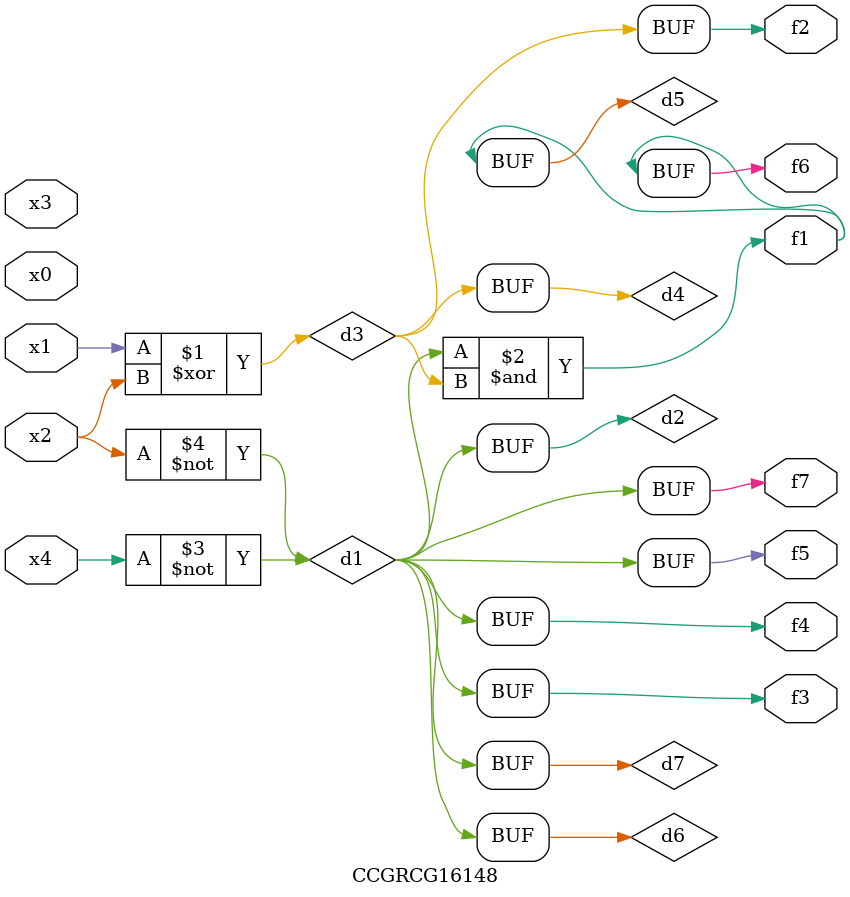
<source format=v>
module CCGRCG16148(
	input x0, x1, x2, x3, x4,
	output f1, f2, f3, f4, f5, f6, f7
);

	wire d1, d2, d3, d4, d5, d6, d7;

	not (d1, x4);
	not (d2, x2);
	xor (d3, x1, x2);
	buf (d4, d3);
	and (d5, d1, d3);
	buf (d6, d1, d2);
	buf (d7, d2);
	assign f1 = d5;
	assign f2 = d4;
	assign f3 = d7;
	assign f4 = d7;
	assign f5 = d7;
	assign f6 = d5;
	assign f7 = d7;
endmodule

</source>
